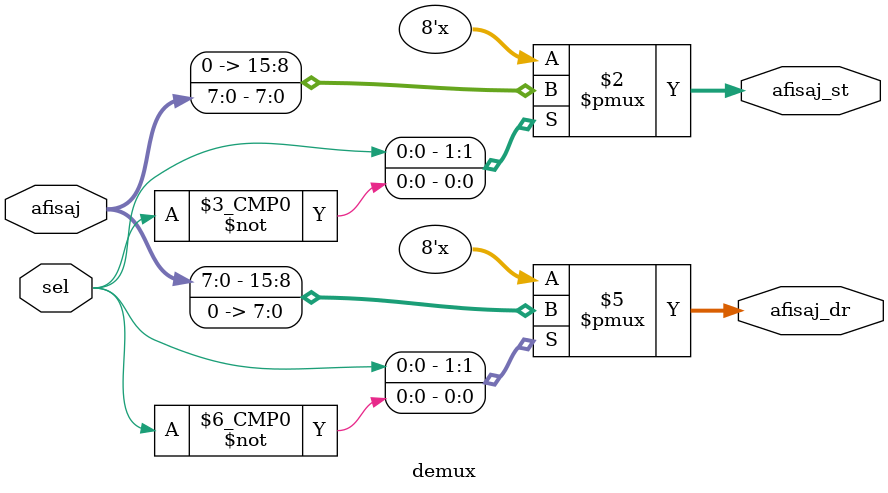
<source format=sv>
`timescale 1ns / 1ps


module comp2x4biti
(
input logic [3:0] in0,
input logic [3:0] in1,
output logic [3:0] rez0,
output logic eq
    );
    
always_comb 
begin 
    if(in0  > in1)
        begin
    rez0 = in0;
    eq =0;
        end
else 
begin 
    if(in1 > in0)
        begin
     rez0 = in1;
    eq = 0;
        end
else 
        begin
    rez0 =in0;
    eq=1; 
    end
        end
    end
endmodule

module display(
  input logic [3:0] rez,
  output logic [6:0] afisaj
  );

  always_comb begin
    case(rez)
      4'd0: afisaj = 7'b1000000;
      4'd1: afisaj = 7'b1111001;
      4'd2: afisaj = 7'b0100100;
      4'd3: afisaj= 7'b0110000;
      4'd4: afisaj= 7'b0011001;
      4'd5: afisaj= 7'b0010010;
      4'd6: afisaj= 7'b0000010;
      4'd7: afisaj= 7'b1111000;
      4'd8: afisaj= 7'b0000000;
      4'd9: afisaj= 7'b0011000;
      4'd10: afisaj= 7'b0001000;
      4'd11: afisaj= 7'b0000011;
      4'd12: afisaj= 7'b1000110;
      4'd13: afisaj= 7'b0100001;
      4'd14: afisaj= 7'b0000110;
      4'd15: afisaj= 7'b0001110;
      default: afisaj= 7'b0000110;
    endcase 
  end
endmodule

module demux(
input logic [7:0] afisaj,
input logic sel,
output logic [7:0] afisaj_st,
output logic [7:0] afisaj_dr
);
always_comb 
begin
case(sel)
1: begin 
 afisaj_dr = afisaj;
afisaj_st = 0;
end
0: begin 
afisaj_dr = 0;
 afisaj_st = afisaj;
end
default :begin 
 afisaj_dr = 0;
afisaj_st = 0;
afisaj_st = 0;
end
endcase
end
endmodule
 

</source>
